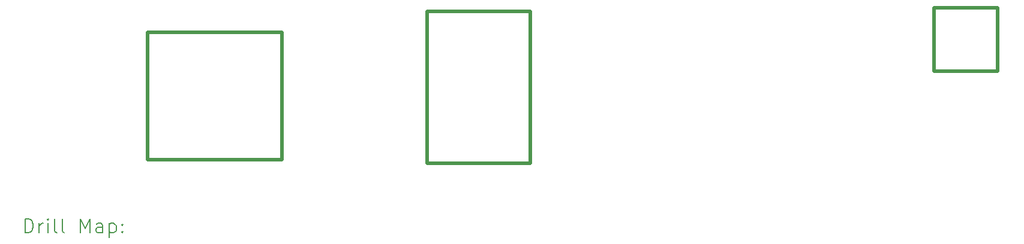
<source format=gbr>
%TF.GenerationSoftware,KiCad,Pcbnew,7.0.2-0*%
%TF.CreationDate,2023-05-18T01:14:47+02:00*%
%TF.ProjectId,LC,4c432e6b-6963-4616-945f-706362585858,rev?*%
%TF.SameCoordinates,PXfd9f08PY7735940*%
%TF.FileFunction,Drillmap*%
%TF.FilePolarity,Positive*%
%FSLAX45Y45*%
G04 Gerber Fmt 4.5, Leading zero omitted, Abs format (unit mm)*
G04 Created by KiCad (PCBNEW 7.0.2-0) date 2023-05-18 01:14:47*
%MOMM*%
%LPD*%
G01*
G04 APERTURE LIST*
%ADD10C,0.500000*%
%ADD11C,0.200000*%
G04 APERTURE END LIST*
D10*
X5900000Y2800000D02*
X7350000Y2800000D01*
X7350000Y650000D01*
X5900000Y650000D01*
X5900000Y2800000D01*
X1950000Y2500000D02*
X3850000Y2500000D01*
X3850000Y700000D01*
X1950000Y700000D01*
X1950000Y2500000D01*
X13050000Y2850000D02*
X13950000Y2850000D01*
X13950000Y1950000D01*
X13050000Y1950000D01*
X13050000Y2850000D01*
D11*
X222619Y-337524D02*
X222619Y-137524D01*
X222619Y-137524D02*
X270238Y-137524D01*
X270238Y-137524D02*
X298810Y-147048D01*
X298810Y-147048D02*
X317857Y-166095D01*
X317857Y-166095D02*
X327381Y-185143D01*
X327381Y-185143D02*
X336905Y-223238D01*
X336905Y-223238D02*
X336905Y-251809D01*
X336905Y-251809D02*
X327381Y-289905D01*
X327381Y-289905D02*
X317857Y-308952D01*
X317857Y-308952D02*
X298810Y-328000D01*
X298810Y-328000D02*
X270238Y-337524D01*
X270238Y-337524D02*
X222619Y-337524D01*
X422619Y-337524D02*
X422619Y-204190D01*
X422619Y-242286D02*
X432143Y-223238D01*
X432143Y-223238D02*
X441667Y-213714D01*
X441667Y-213714D02*
X460714Y-204190D01*
X460714Y-204190D02*
X479762Y-204190D01*
X546429Y-337524D02*
X546429Y-204190D01*
X546429Y-137524D02*
X536905Y-147048D01*
X536905Y-147048D02*
X546429Y-156571D01*
X546429Y-156571D02*
X555952Y-147048D01*
X555952Y-147048D02*
X546429Y-137524D01*
X546429Y-137524D02*
X546429Y-156571D01*
X670238Y-337524D02*
X651190Y-328000D01*
X651190Y-328000D02*
X641667Y-308952D01*
X641667Y-308952D02*
X641667Y-137524D01*
X775000Y-337524D02*
X755952Y-328000D01*
X755952Y-328000D02*
X746428Y-308952D01*
X746428Y-308952D02*
X746428Y-137524D01*
X1003571Y-337524D02*
X1003571Y-137524D01*
X1003571Y-137524D02*
X1070238Y-280381D01*
X1070238Y-280381D02*
X1136905Y-137524D01*
X1136905Y-137524D02*
X1136905Y-337524D01*
X1317857Y-337524D02*
X1317857Y-232762D01*
X1317857Y-232762D02*
X1308333Y-213714D01*
X1308333Y-213714D02*
X1289286Y-204190D01*
X1289286Y-204190D02*
X1251190Y-204190D01*
X1251190Y-204190D02*
X1232143Y-213714D01*
X1317857Y-328000D02*
X1298810Y-337524D01*
X1298810Y-337524D02*
X1251190Y-337524D01*
X1251190Y-337524D02*
X1232143Y-328000D01*
X1232143Y-328000D02*
X1222619Y-308952D01*
X1222619Y-308952D02*
X1222619Y-289905D01*
X1222619Y-289905D02*
X1232143Y-270857D01*
X1232143Y-270857D02*
X1251190Y-261333D01*
X1251190Y-261333D02*
X1298810Y-261333D01*
X1298810Y-261333D02*
X1317857Y-251809D01*
X1413095Y-204190D02*
X1413095Y-404190D01*
X1413095Y-213714D02*
X1432143Y-204190D01*
X1432143Y-204190D02*
X1470238Y-204190D01*
X1470238Y-204190D02*
X1489286Y-213714D01*
X1489286Y-213714D02*
X1498809Y-223238D01*
X1498809Y-223238D02*
X1508333Y-242286D01*
X1508333Y-242286D02*
X1508333Y-299429D01*
X1508333Y-299429D02*
X1498809Y-318476D01*
X1498809Y-318476D02*
X1489286Y-328000D01*
X1489286Y-328000D02*
X1470238Y-337524D01*
X1470238Y-337524D02*
X1432143Y-337524D01*
X1432143Y-337524D02*
X1413095Y-328000D01*
X1594048Y-318476D02*
X1603571Y-328000D01*
X1603571Y-328000D02*
X1594048Y-337524D01*
X1594048Y-337524D02*
X1584524Y-328000D01*
X1584524Y-328000D02*
X1594048Y-318476D01*
X1594048Y-318476D02*
X1594048Y-337524D01*
X1594048Y-213714D02*
X1603571Y-223238D01*
X1603571Y-223238D02*
X1594048Y-232762D01*
X1594048Y-232762D02*
X1584524Y-223238D01*
X1584524Y-223238D02*
X1594048Y-213714D01*
X1594048Y-213714D02*
X1594048Y-232762D01*
M02*

</source>
